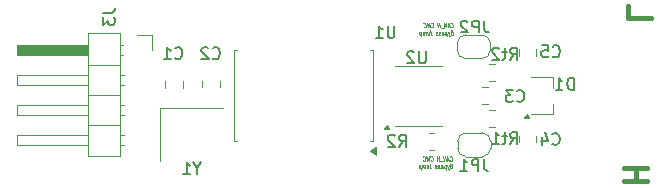
<source format=gbr>
%TF.GenerationSoftware,KiCad,Pcbnew,9.0.1*%
%TF.CreationDate,2025-04-21T23:50:01-04:00*%
%TF.ProjectId,can-nano-shield,63616e2d-6e61-46e6-9f2d-736869656c64,rev?*%
%TF.SameCoordinates,Original*%
%TF.FileFunction,Legend,Bot*%
%TF.FilePolarity,Positive*%
%FSLAX46Y46*%
G04 Gerber Fmt 4.6, Leading zero omitted, Abs format (unit mm)*
G04 Created by KiCad (PCBNEW 9.0.1) date 2025-04-21 23:50:01*
%MOMM*%
%LPD*%
G01*
G04 APERTURE LIST*
%ADD10C,0.400000*%
%ADD11C,0.075000*%
%ADD12C,0.150000*%
%ADD13C,0.120000*%
G04 APERTURE END LIST*
D10*
X156265561Y-99510652D02*
X158265561Y-99510652D01*
X157313180Y-99510652D02*
X157313180Y-98367795D01*
X156265561Y-98367795D02*
X158265561Y-98367795D01*
D11*
X141635419Y-86445074D02*
X141652086Y-86464122D01*
X141652086Y-86464122D02*
X141697324Y-86483169D01*
X141697324Y-86483169D02*
X141725896Y-86483169D01*
X141725896Y-86483169D02*
X141766372Y-86464122D01*
X141766372Y-86464122D02*
X141790181Y-86426026D01*
X141790181Y-86426026D02*
X141799705Y-86387931D01*
X141799705Y-86387931D02*
X141804467Y-86311741D01*
X141804467Y-86311741D02*
X141797324Y-86254598D01*
X141797324Y-86254598D02*
X141773515Y-86178407D01*
X141773515Y-86178407D02*
X141754467Y-86140312D01*
X141754467Y-86140312D02*
X141721134Y-86102217D01*
X141721134Y-86102217D02*
X141675896Y-86083169D01*
X141675896Y-86083169D02*
X141647324Y-86083169D01*
X141647324Y-86083169D02*
X141606848Y-86102217D01*
X141606848Y-86102217D02*
X141594943Y-86121264D01*
X141511610Y-86368883D02*
X141368753Y-86368883D01*
X141554467Y-86483169D02*
X141404467Y-86083169D01*
X141404467Y-86083169D02*
X141354467Y-86483169D01*
X141254467Y-86483169D02*
X141204467Y-86083169D01*
X141204467Y-86083169D02*
X141083038Y-86483169D01*
X141083038Y-86483169D02*
X141033038Y-86083169D01*
X141016371Y-86521264D02*
X140787800Y-86521264D01*
X140711610Y-86483169D02*
X140661610Y-86083169D01*
X140685419Y-86273645D02*
X140513991Y-86273645D01*
X140540181Y-86483169D02*
X140490181Y-86083169D01*
X139992562Y-86445074D02*
X140009229Y-86464122D01*
X140009229Y-86464122D02*
X140054467Y-86483169D01*
X140054467Y-86483169D02*
X140083039Y-86483169D01*
X140083039Y-86483169D02*
X140123515Y-86464122D01*
X140123515Y-86464122D02*
X140147324Y-86426026D01*
X140147324Y-86426026D02*
X140156848Y-86387931D01*
X140156848Y-86387931D02*
X140161610Y-86311741D01*
X140161610Y-86311741D02*
X140154467Y-86254598D01*
X140154467Y-86254598D02*
X140130658Y-86178407D01*
X140130658Y-86178407D02*
X140111610Y-86140312D01*
X140111610Y-86140312D02*
X140078277Y-86102217D01*
X140078277Y-86102217D02*
X140033039Y-86083169D01*
X140033039Y-86083169D02*
X140004467Y-86083169D01*
X140004467Y-86083169D02*
X139963991Y-86102217D01*
X139963991Y-86102217D02*
X139952086Y-86121264D01*
X139868753Y-86483169D02*
X139818753Y-86083169D01*
X139818753Y-86083169D02*
X139754467Y-86368883D01*
X139754467Y-86368883D02*
X139618753Y-86083169D01*
X139618753Y-86083169D02*
X139668753Y-86483169D01*
X139349705Y-86445074D02*
X139366372Y-86464122D01*
X139366372Y-86464122D02*
X139411610Y-86483169D01*
X139411610Y-86483169D02*
X139440182Y-86483169D01*
X139440182Y-86483169D02*
X139480658Y-86464122D01*
X139480658Y-86464122D02*
X139504467Y-86426026D01*
X139504467Y-86426026D02*
X139513991Y-86387931D01*
X139513991Y-86387931D02*
X139518753Y-86311741D01*
X139518753Y-86311741D02*
X139511610Y-86254598D01*
X139511610Y-86254598D02*
X139487801Y-86178407D01*
X139487801Y-86178407D02*
X139468753Y-86140312D01*
X139468753Y-86140312D02*
X139435420Y-86102217D01*
X139435420Y-86102217D02*
X139390182Y-86083169D01*
X139390182Y-86083169D02*
X139361610Y-86083169D01*
X139361610Y-86083169D02*
X139321134Y-86102217D01*
X139321134Y-86102217D02*
X139309229Y-86121264D01*
X141685419Y-86917623D02*
X141644943Y-86936671D01*
X141644943Y-86936671D02*
X141633038Y-86955719D01*
X141633038Y-86955719D02*
X141623515Y-86993814D01*
X141623515Y-86993814D02*
X141630658Y-87050957D01*
X141630658Y-87050957D02*
X141649705Y-87089052D01*
X141649705Y-87089052D02*
X141666372Y-87108100D01*
X141666372Y-87108100D02*
X141697324Y-87127147D01*
X141697324Y-87127147D02*
X141811610Y-87127147D01*
X141811610Y-87127147D02*
X141761610Y-86727147D01*
X141761610Y-86727147D02*
X141661610Y-86727147D01*
X141661610Y-86727147D02*
X141635419Y-86746195D01*
X141635419Y-86746195D02*
X141623515Y-86765242D01*
X141623515Y-86765242D02*
X141613991Y-86803338D01*
X141613991Y-86803338D02*
X141618753Y-86841433D01*
X141618753Y-86841433D02*
X141637800Y-86879528D01*
X141637800Y-86879528D02*
X141654467Y-86898576D01*
X141654467Y-86898576D02*
X141685419Y-86917623D01*
X141685419Y-86917623D02*
X141785419Y-86917623D01*
X141506848Y-86860480D02*
X141468753Y-87127147D01*
X141363991Y-86860480D02*
X141468753Y-87127147D01*
X141468753Y-87127147D02*
X141509229Y-87222385D01*
X141509229Y-87222385D02*
X141525896Y-87241433D01*
X141525896Y-87241433D02*
X141556848Y-87260480D01*
X141249706Y-86860480D02*
X141299706Y-87260480D01*
X141252087Y-86879528D02*
X141221134Y-86860480D01*
X141221134Y-86860480D02*
X141163991Y-86860480D01*
X141163991Y-86860480D02*
X141137801Y-86879528D01*
X141137801Y-86879528D02*
X141125896Y-86898576D01*
X141125896Y-86898576D02*
X141116372Y-86936671D01*
X141116372Y-86936671D02*
X141130658Y-87050957D01*
X141130658Y-87050957D02*
X141149706Y-87089052D01*
X141149706Y-87089052D02*
X141166372Y-87108100D01*
X141166372Y-87108100D02*
X141197325Y-87127147D01*
X141197325Y-87127147D02*
X141254467Y-87127147D01*
X141254467Y-87127147D02*
X141280658Y-87108100D01*
X140883038Y-87127147D02*
X140856848Y-86917623D01*
X140856848Y-86917623D02*
X140866372Y-86879528D01*
X140866372Y-86879528D02*
X140892562Y-86860480D01*
X140892562Y-86860480D02*
X140949705Y-86860480D01*
X140949705Y-86860480D02*
X140980658Y-86879528D01*
X140880658Y-87108100D02*
X140911610Y-87127147D01*
X140911610Y-87127147D02*
X140983038Y-87127147D01*
X140983038Y-87127147D02*
X141009229Y-87108100D01*
X141009229Y-87108100D02*
X141018753Y-87070004D01*
X141018753Y-87070004D02*
X141013991Y-87031909D01*
X141013991Y-87031909D02*
X140994943Y-86993814D01*
X140994943Y-86993814D02*
X140963991Y-86974766D01*
X140963991Y-86974766D02*
X140892562Y-86974766D01*
X140892562Y-86974766D02*
X140861610Y-86955719D01*
X140752086Y-87108100D02*
X140725895Y-87127147D01*
X140725895Y-87127147D02*
X140668752Y-87127147D01*
X140668752Y-87127147D02*
X140637800Y-87108100D01*
X140637800Y-87108100D02*
X140618752Y-87070004D01*
X140618752Y-87070004D02*
X140616371Y-87050957D01*
X140616371Y-87050957D02*
X140625895Y-87012861D01*
X140625895Y-87012861D02*
X140652086Y-86993814D01*
X140652086Y-86993814D02*
X140694943Y-86993814D01*
X140694943Y-86993814D02*
X140721133Y-86974766D01*
X140721133Y-86974766D02*
X140730657Y-86936671D01*
X140730657Y-86936671D02*
X140728276Y-86917623D01*
X140728276Y-86917623D02*
X140709229Y-86879528D01*
X140709229Y-86879528D02*
X140678276Y-86860480D01*
X140678276Y-86860480D02*
X140635419Y-86860480D01*
X140635419Y-86860480D02*
X140609229Y-86879528D01*
X140509229Y-87108100D02*
X140483038Y-87127147D01*
X140483038Y-87127147D02*
X140425895Y-87127147D01*
X140425895Y-87127147D02*
X140394943Y-87108100D01*
X140394943Y-87108100D02*
X140375895Y-87070004D01*
X140375895Y-87070004D02*
X140373514Y-87050957D01*
X140373514Y-87050957D02*
X140383038Y-87012861D01*
X140383038Y-87012861D02*
X140409229Y-86993814D01*
X140409229Y-86993814D02*
X140452086Y-86993814D01*
X140452086Y-86993814D02*
X140478276Y-86974766D01*
X140478276Y-86974766D02*
X140487800Y-86936671D01*
X140487800Y-86936671D02*
X140485419Y-86917623D01*
X140485419Y-86917623D02*
X140466372Y-86879528D01*
X140466372Y-86879528D02*
X140435419Y-86860480D01*
X140435419Y-86860480D02*
X140392562Y-86860480D01*
X140392562Y-86860480D02*
X140366372Y-86879528D01*
X139890182Y-86727147D02*
X139925896Y-87012861D01*
X139925896Y-87012861D02*
X139947324Y-87070004D01*
X139947324Y-87070004D02*
X139980658Y-87108100D01*
X139980658Y-87108100D02*
X140025896Y-87127147D01*
X140025896Y-87127147D02*
X140054467Y-87127147D01*
X139635420Y-86860480D02*
X139668753Y-87127147D01*
X139763992Y-86860480D02*
X139790182Y-87070004D01*
X139790182Y-87070004D02*
X139780658Y-87108100D01*
X139780658Y-87108100D02*
X139754468Y-87127147D01*
X139754468Y-87127147D02*
X139711611Y-87127147D01*
X139711611Y-87127147D02*
X139680658Y-87108100D01*
X139680658Y-87108100D02*
X139663992Y-87089052D01*
X139525896Y-87127147D02*
X139492563Y-86860480D01*
X139497324Y-86898576D02*
X139480658Y-86879528D01*
X139480658Y-86879528D02*
X139449705Y-86860480D01*
X139449705Y-86860480D02*
X139406848Y-86860480D01*
X139406848Y-86860480D02*
X139380658Y-86879528D01*
X139380658Y-86879528D02*
X139371134Y-86917623D01*
X139371134Y-86917623D02*
X139397324Y-87127147D01*
X139371134Y-86917623D02*
X139352086Y-86879528D01*
X139352086Y-86879528D02*
X139321134Y-86860480D01*
X139321134Y-86860480D02*
X139278277Y-86860480D01*
X139278277Y-86860480D02*
X139252086Y-86879528D01*
X139252086Y-86879528D02*
X139242563Y-86917623D01*
X139242563Y-86917623D02*
X139268753Y-87127147D01*
X139092563Y-86860480D02*
X139142563Y-87260480D01*
X139094944Y-86879528D02*
X139063991Y-86860480D01*
X139063991Y-86860480D02*
X139006848Y-86860480D01*
X139006848Y-86860480D02*
X138980658Y-86879528D01*
X138980658Y-86879528D02*
X138968753Y-86898576D01*
X138968753Y-86898576D02*
X138959229Y-86936671D01*
X138959229Y-86936671D02*
X138973515Y-87050957D01*
X138973515Y-87050957D02*
X138992563Y-87089052D01*
X138992563Y-87089052D02*
X139009229Y-87108100D01*
X139009229Y-87108100D02*
X139040182Y-87127147D01*
X139040182Y-87127147D02*
X139097324Y-87127147D01*
X139097324Y-87127147D02*
X139123515Y-87108100D01*
X141575419Y-97755074D02*
X141592086Y-97774122D01*
X141592086Y-97774122D02*
X141637324Y-97793169D01*
X141637324Y-97793169D02*
X141665896Y-97793169D01*
X141665896Y-97793169D02*
X141706372Y-97774122D01*
X141706372Y-97774122D02*
X141730181Y-97736026D01*
X141730181Y-97736026D02*
X141739705Y-97697931D01*
X141739705Y-97697931D02*
X141744467Y-97621741D01*
X141744467Y-97621741D02*
X141737324Y-97564598D01*
X141737324Y-97564598D02*
X141713515Y-97488407D01*
X141713515Y-97488407D02*
X141694467Y-97450312D01*
X141694467Y-97450312D02*
X141661134Y-97412217D01*
X141661134Y-97412217D02*
X141615896Y-97393169D01*
X141615896Y-97393169D02*
X141587324Y-97393169D01*
X141587324Y-97393169D02*
X141546848Y-97412217D01*
X141546848Y-97412217D02*
X141534943Y-97431264D01*
X141451610Y-97678883D02*
X141308753Y-97678883D01*
X141494467Y-97793169D02*
X141344467Y-97393169D01*
X141344467Y-97393169D02*
X141294467Y-97793169D01*
X141194467Y-97793169D02*
X141144467Y-97393169D01*
X141144467Y-97393169D02*
X141023038Y-97793169D01*
X141023038Y-97793169D02*
X140973038Y-97393169D01*
X140956371Y-97831264D02*
X140727800Y-97831264D01*
X140651610Y-97793169D02*
X140601610Y-97393169D01*
X140625419Y-97583645D02*
X140453991Y-97583645D01*
X140480181Y-97793169D02*
X140430181Y-97393169D01*
X139932562Y-97755074D02*
X139949229Y-97774122D01*
X139949229Y-97774122D02*
X139994467Y-97793169D01*
X139994467Y-97793169D02*
X140023039Y-97793169D01*
X140023039Y-97793169D02*
X140063515Y-97774122D01*
X140063515Y-97774122D02*
X140087324Y-97736026D01*
X140087324Y-97736026D02*
X140096848Y-97697931D01*
X140096848Y-97697931D02*
X140101610Y-97621741D01*
X140101610Y-97621741D02*
X140094467Y-97564598D01*
X140094467Y-97564598D02*
X140070658Y-97488407D01*
X140070658Y-97488407D02*
X140051610Y-97450312D01*
X140051610Y-97450312D02*
X140018277Y-97412217D01*
X140018277Y-97412217D02*
X139973039Y-97393169D01*
X139973039Y-97393169D02*
X139944467Y-97393169D01*
X139944467Y-97393169D02*
X139903991Y-97412217D01*
X139903991Y-97412217D02*
X139892086Y-97431264D01*
X139808753Y-97793169D02*
X139758753Y-97393169D01*
X139758753Y-97393169D02*
X139694467Y-97678883D01*
X139694467Y-97678883D02*
X139558753Y-97393169D01*
X139558753Y-97393169D02*
X139608753Y-97793169D01*
X139289705Y-97755074D02*
X139306372Y-97774122D01*
X139306372Y-97774122D02*
X139351610Y-97793169D01*
X139351610Y-97793169D02*
X139380182Y-97793169D01*
X139380182Y-97793169D02*
X139420658Y-97774122D01*
X139420658Y-97774122D02*
X139444467Y-97736026D01*
X139444467Y-97736026D02*
X139453991Y-97697931D01*
X139453991Y-97697931D02*
X139458753Y-97621741D01*
X139458753Y-97621741D02*
X139451610Y-97564598D01*
X139451610Y-97564598D02*
X139427801Y-97488407D01*
X139427801Y-97488407D02*
X139408753Y-97450312D01*
X139408753Y-97450312D02*
X139375420Y-97412217D01*
X139375420Y-97412217D02*
X139330182Y-97393169D01*
X139330182Y-97393169D02*
X139301610Y-97393169D01*
X139301610Y-97393169D02*
X139261134Y-97412217D01*
X139261134Y-97412217D02*
X139249229Y-97431264D01*
X141625419Y-98227623D02*
X141584943Y-98246671D01*
X141584943Y-98246671D02*
X141573038Y-98265719D01*
X141573038Y-98265719D02*
X141563515Y-98303814D01*
X141563515Y-98303814D02*
X141570658Y-98360957D01*
X141570658Y-98360957D02*
X141589705Y-98399052D01*
X141589705Y-98399052D02*
X141606372Y-98418100D01*
X141606372Y-98418100D02*
X141637324Y-98437147D01*
X141637324Y-98437147D02*
X141751610Y-98437147D01*
X141751610Y-98437147D02*
X141701610Y-98037147D01*
X141701610Y-98037147D02*
X141601610Y-98037147D01*
X141601610Y-98037147D02*
X141575419Y-98056195D01*
X141575419Y-98056195D02*
X141563515Y-98075242D01*
X141563515Y-98075242D02*
X141553991Y-98113338D01*
X141553991Y-98113338D02*
X141558753Y-98151433D01*
X141558753Y-98151433D02*
X141577800Y-98189528D01*
X141577800Y-98189528D02*
X141594467Y-98208576D01*
X141594467Y-98208576D02*
X141625419Y-98227623D01*
X141625419Y-98227623D02*
X141725419Y-98227623D01*
X141446848Y-98170480D02*
X141408753Y-98437147D01*
X141303991Y-98170480D02*
X141408753Y-98437147D01*
X141408753Y-98437147D02*
X141449229Y-98532385D01*
X141449229Y-98532385D02*
X141465896Y-98551433D01*
X141465896Y-98551433D02*
X141496848Y-98570480D01*
X141189706Y-98170480D02*
X141239706Y-98570480D01*
X141192087Y-98189528D02*
X141161134Y-98170480D01*
X141161134Y-98170480D02*
X141103991Y-98170480D01*
X141103991Y-98170480D02*
X141077801Y-98189528D01*
X141077801Y-98189528D02*
X141065896Y-98208576D01*
X141065896Y-98208576D02*
X141056372Y-98246671D01*
X141056372Y-98246671D02*
X141070658Y-98360957D01*
X141070658Y-98360957D02*
X141089706Y-98399052D01*
X141089706Y-98399052D02*
X141106372Y-98418100D01*
X141106372Y-98418100D02*
X141137325Y-98437147D01*
X141137325Y-98437147D02*
X141194467Y-98437147D01*
X141194467Y-98437147D02*
X141220658Y-98418100D01*
X140823038Y-98437147D02*
X140796848Y-98227623D01*
X140796848Y-98227623D02*
X140806372Y-98189528D01*
X140806372Y-98189528D02*
X140832562Y-98170480D01*
X140832562Y-98170480D02*
X140889705Y-98170480D01*
X140889705Y-98170480D02*
X140920658Y-98189528D01*
X140820658Y-98418100D02*
X140851610Y-98437147D01*
X140851610Y-98437147D02*
X140923038Y-98437147D01*
X140923038Y-98437147D02*
X140949229Y-98418100D01*
X140949229Y-98418100D02*
X140958753Y-98380004D01*
X140958753Y-98380004D02*
X140953991Y-98341909D01*
X140953991Y-98341909D02*
X140934943Y-98303814D01*
X140934943Y-98303814D02*
X140903991Y-98284766D01*
X140903991Y-98284766D02*
X140832562Y-98284766D01*
X140832562Y-98284766D02*
X140801610Y-98265719D01*
X140692086Y-98418100D02*
X140665895Y-98437147D01*
X140665895Y-98437147D02*
X140608752Y-98437147D01*
X140608752Y-98437147D02*
X140577800Y-98418100D01*
X140577800Y-98418100D02*
X140558752Y-98380004D01*
X140558752Y-98380004D02*
X140556371Y-98360957D01*
X140556371Y-98360957D02*
X140565895Y-98322861D01*
X140565895Y-98322861D02*
X140592086Y-98303814D01*
X140592086Y-98303814D02*
X140634943Y-98303814D01*
X140634943Y-98303814D02*
X140661133Y-98284766D01*
X140661133Y-98284766D02*
X140670657Y-98246671D01*
X140670657Y-98246671D02*
X140668276Y-98227623D01*
X140668276Y-98227623D02*
X140649229Y-98189528D01*
X140649229Y-98189528D02*
X140618276Y-98170480D01*
X140618276Y-98170480D02*
X140575419Y-98170480D01*
X140575419Y-98170480D02*
X140549229Y-98189528D01*
X140449229Y-98418100D02*
X140423038Y-98437147D01*
X140423038Y-98437147D02*
X140365895Y-98437147D01*
X140365895Y-98437147D02*
X140334943Y-98418100D01*
X140334943Y-98418100D02*
X140315895Y-98380004D01*
X140315895Y-98380004D02*
X140313514Y-98360957D01*
X140313514Y-98360957D02*
X140323038Y-98322861D01*
X140323038Y-98322861D02*
X140349229Y-98303814D01*
X140349229Y-98303814D02*
X140392086Y-98303814D01*
X140392086Y-98303814D02*
X140418276Y-98284766D01*
X140418276Y-98284766D02*
X140427800Y-98246671D01*
X140427800Y-98246671D02*
X140425419Y-98227623D01*
X140425419Y-98227623D02*
X140406372Y-98189528D01*
X140406372Y-98189528D02*
X140375419Y-98170480D01*
X140375419Y-98170480D02*
X140332562Y-98170480D01*
X140332562Y-98170480D02*
X140306372Y-98189528D01*
X139830182Y-98037147D02*
X139865896Y-98322861D01*
X139865896Y-98322861D02*
X139887324Y-98380004D01*
X139887324Y-98380004D02*
X139920658Y-98418100D01*
X139920658Y-98418100D02*
X139965896Y-98437147D01*
X139965896Y-98437147D02*
X139994467Y-98437147D01*
X139575420Y-98170480D02*
X139608753Y-98437147D01*
X139703992Y-98170480D02*
X139730182Y-98380004D01*
X139730182Y-98380004D02*
X139720658Y-98418100D01*
X139720658Y-98418100D02*
X139694468Y-98437147D01*
X139694468Y-98437147D02*
X139651611Y-98437147D01*
X139651611Y-98437147D02*
X139620658Y-98418100D01*
X139620658Y-98418100D02*
X139603992Y-98399052D01*
X139465896Y-98437147D02*
X139432563Y-98170480D01*
X139437324Y-98208576D02*
X139420658Y-98189528D01*
X139420658Y-98189528D02*
X139389705Y-98170480D01*
X139389705Y-98170480D02*
X139346848Y-98170480D01*
X139346848Y-98170480D02*
X139320658Y-98189528D01*
X139320658Y-98189528D02*
X139311134Y-98227623D01*
X139311134Y-98227623D02*
X139337324Y-98437147D01*
X139311134Y-98227623D02*
X139292086Y-98189528D01*
X139292086Y-98189528D02*
X139261134Y-98170480D01*
X139261134Y-98170480D02*
X139218277Y-98170480D01*
X139218277Y-98170480D02*
X139192086Y-98189528D01*
X139192086Y-98189528D02*
X139182563Y-98227623D01*
X139182563Y-98227623D02*
X139208753Y-98437147D01*
X139032563Y-98170480D02*
X139082563Y-98570480D01*
X139034944Y-98189528D02*
X139003991Y-98170480D01*
X139003991Y-98170480D02*
X138946848Y-98170480D01*
X138946848Y-98170480D02*
X138920658Y-98189528D01*
X138920658Y-98189528D02*
X138908753Y-98208576D01*
X138908753Y-98208576D02*
X138899229Y-98246671D01*
X138899229Y-98246671D02*
X138913515Y-98360957D01*
X138913515Y-98360957D02*
X138932563Y-98399052D01*
X138932563Y-98399052D02*
X138949229Y-98418100D01*
X138949229Y-98418100D02*
X138980182Y-98437147D01*
X138980182Y-98437147D02*
X139037324Y-98437147D01*
X139037324Y-98437147D02*
X139063515Y-98418100D01*
D10*
X156615561Y-84708271D02*
X156615561Y-85660652D01*
X156615561Y-85660652D02*
X158615561Y-85660652D01*
D12*
X120176190Y-98438628D02*
X120176190Y-98914819D01*
X120509523Y-97914819D02*
X120176190Y-98438628D01*
X120176190Y-98438628D02*
X119842857Y-97914819D01*
X118985714Y-98914819D02*
X119557142Y-98914819D01*
X119271428Y-98914819D02*
X119271428Y-97914819D01*
X119271428Y-97914819D02*
X119366666Y-98057676D01*
X119366666Y-98057676D02*
X119461904Y-98152914D01*
X119461904Y-98152914D02*
X119557142Y-98200533D01*
X144463333Y-85924819D02*
X144463333Y-86639104D01*
X144463333Y-86639104D02*
X144510952Y-86781961D01*
X144510952Y-86781961D02*
X144606190Y-86877200D01*
X144606190Y-86877200D02*
X144749047Y-86924819D01*
X144749047Y-86924819D02*
X144844285Y-86924819D01*
X143987142Y-86924819D02*
X143987142Y-85924819D01*
X143987142Y-85924819D02*
X143606190Y-85924819D01*
X143606190Y-85924819D02*
X143510952Y-85972438D01*
X143510952Y-85972438D02*
X143463333Y-86020057D01*
X143463333Y-86020057D02*
X143415714Y-86115295D01*
X143415714Y-86115295D02*
X143415714Y-86258152D01*
X143415714Y-86258152D02*
X143463333Y-86353390D01*
X143463333Y-86353390D02*
X143510952Y-86401009D01*
X143510952Y-86401009D02*
X143606190Y-86448628D01*
X143606190Y-86448628D02*
X143987142Y-86448628D01*
X143034761Y-86020057D02*
X142987142Y-85972438D01*
X142987142Y-85972438D02*
X142891904Y-85924819D01*
X142891904Y-85924819D02*
X142653809Y-85924819D01*
X142653809Y-85924819D02*
X142558571Y-85972438D01*
X142558571Y-85972438D02*
X142510952Y-86020057D01*
X142510952Y-86020057D02*
X142463333Y-86115295D01*
X142463333Y-86115295D02*
X142463333Y-86210533D01*
X142463333Y-86210533D02*
X142510952Y-86353390D01*
X142510952Y-86353390D02*
X143082380Y-86924819D01*
X143082380Y-86924819D02*
X142463333Y-86924819D01*
X150236666Y-96339580D02*
X150284285Y-96387200D01*
X150284285Y-96387200D02*
X150427142Y-96434819D01*
X150427142Y-96434819D02*
X150522380Y-96434819D01*
X150522380Y-96434819D02*
X150665237Y-96387200D01*
X150665237Y-96387200D02*
X150760475Y-96291961D01*
X150760475Y-96291961D02*
X150808094Y-96196723D01*
X150808094Y-96196723D02*
X150855713Y-96006247D01*
X150855713Y-96006247D02*
X150855713Y-95863390D01*
X150855713Y-95863390D02*
X150808094Y-95672914D01*
X150808094Y-95672914D02*
X150760475Y-95577676D01*
X150760475Y-95577676D02*
X150665237Y-95482438D01*
X150665237Y-95482438D02*
X150522380Y-95434819D01*
X150522380Y-95434819D02*
X150427142Y-95434819D01*
X150427142Y-95434819D02*
X150284285Y-95482438D01*
X150284285Y-95482438D02*
X150236666Y-95530057D01*
X149379523Y-95768152D02*
X149379523Y-96434819D01*
X149617618Y-95387200D02*
X149855713Y-96101485D01*
X149855713Y-96101485D02*
X149236666Y-96101485D01*
X121466666Y-89089580D02*
X121514285Y-89137200D01*
X121514285Y-89137200D02*
X121657142Y-89184819D01*
X121657142Y-89184819D02*
X121752380Y-89184819D01*
X121752380Y-89184819D02*
X121895237Y-89137200D01*
X121895237Y-89137200D02*
X121990475Y-89041961D01*
X121990475Y-89041961D02*
X122038094Y-88946723D01*
X122038094Y-88946723D02*
X122085713Y-88756247D01*
X122085713Y-88756247D02*
X122085713Y-88613390D01*
X122085713Y-88613390D02*
X122038094Y-88422914D01*
X122038094Y-88422914D02*
X121990475Y-88327676D01*
X121990475Y-88327676D02*
X121895237Y-88232438D01*
X121895237Y-88232438D02*
X121752380Y-88184819D01*
X121752380Y-88184819D02*
X121657142Y-88184819D01*
X121657142Y-88184819D02*
X121514285Y-88232438D01*
X121514285Y-88232438D02*
X121466666Y-88280057D01*
X121085713Y-88280057D02*
X121038094Y-88232438D01*
X121038094Y-88232438D02*
X120942856Y-88184819D01*
X120942856Y-88184819D02*
X120704761Y-88184819D01*
X120704761Y-88184819D02*
X120609523Y-88232438D01*
X120609523Y-88232438D02*
X120561904Y-88280057D01*
X120561904Y-88280057D02*
X120514285Y-88375295D01*
X120514285Y-88375295D02*
X120514285Y-88470533D01*
X120514285Y-88470533D02*
X120561904Y-88613390D01*
X120561904Y-88613390D02*
X121133332Y-89184819D01*
X121133332Y-89184819D02*
X120514285Y-89184819D01*
X146652381Y-89214819D02*
X146985714Y-88738628D01*
X147223809Y-89214819D02*
X147223809Y-88214819D01*
X147223809Y-88214819D02*
X146842857Y-88214819D01*
X146842857Y-88214819D02*
X146747619Y-88262438D01*
X146747619Y-88262438D02*
X146700000Y-88310057D01*
X146700000Y-88310057D02*
X146652381Y-88405295D01*
X146652381Y-88405295D02*
X146652381Y-88548152D01*
X146652381Y-88548152D02*
X146700000Y-88643390D01*
X146700000Y-88643390D02*
X146747619Y-88691009D01*
X146747619Y-88691009D02*
X146842857Y-88738628D01*
X146842857Y-88738628D02*
X147223809Y-88738628D01*
X146366666Y-88548152D02*
X145985714Y-88548152D01*
X146223809Y-88214819D02*
X146223809Y-89071961D01*
X146223809Y-89071961D02*
X146176190Y-89167200D01*
X146176190Y-89167200D02*
X146080952Y-89214819D01*
X146080952Y-89214819D02*
X145985714Y-89214819D01*
X145699999Y-88310057D02*
X145652380Y-88262438D01*
X145652380Y-88262438D02*
X145557142Y-88214819D01*
X145557142Y-88214819D02*
X145319047Y-88214819D01*
X145319047Y-88214819D02*
X145223809Y-88262438D01*
X145223809Y-88262438D02*
X145176190Y-88310057D01*
X145176190Y-88310057D02*
X145128571Y-88405295D01*
X145128571Y-88405295D02*
X145128571Y-88500533D01*
X145128571Y-88500533D02*
X145176190Y-88643390D01*
X145176190Y-88643390D02*
X145747618Y-89214819D01*
X145747618Y-89214819D02*
X145128571Y-89214819D01*
X144433333Y-97634819D02*
X144433333Y-98349104D01*
X144433333Y-98349104D02*
X144480952Y-98491961D01*
X144480952Y-98491961D02*
X144576190Y-98587200D01*
X144576190Y-98587200D02*
X144719047Y-98634819D01*
X144719047Y-98634819D02*
X144814285Y-98634819D01*
X143957142Y-98634819D02*
X143957142Y-97634819D01*
X143957142Y-97634819D02*
X143576190Y-97634819D01*
X143576190Y-97634819D02*
X143480952Y-97682438D01*
X143480952Y-97682438D02*
X143433333Y-97730057D01*
X143433333Y-97730057D02*
X143385714Y-97825295D01*
X143385714Y-97825295D02*
X143385714Y-97968152D01*
X143385714Y-97968152D02*
X143433333Y-98063390D01*
X143433333Y-98063390D02*
X143480952Y-98111009D01*
X143480952Y-98111009D02*
X143576190Y-98158628D01*
X143576190Y-98158628D02*
X143957142Y-98158628D01*
X142433333Y-98634819D02*
X143004761Y-98634819D01*
X142719047Y-98634819D02*
X142719047Y-97634819D01*
X142719047Y-97634819D02*
X142814285Y-97777676D01*
X142814285Y-97777676D02*
X142909523Y-97872914D01*
X142909523Y-97872914D02*
X143004761Y-97920533D01*
X152038094Y-91754819D02*
X152038094Y-90754819D01*
X152038094Y-90754819D02*
X151799999Y-90754819D01*
X151799999Y-90754819D02*
X151657142Y-90802438D01*
X151657142Y-90802438D02*
X151561904Y-90897676D01*
X151561904Y-90897676D02*
X151514285Y-90992914D01*
X151514285Y-90992914D02*
X151466666Y-91183390D01*
X151466666Y-91183390D02*
X151466666Y-91326247D01*
X151466666Y-91326247D02*
X151514285Y-91516723D01*
X151514285Y-91516723D02*
X151561904Y-91611961D01*
X151561904Y-91611961D02*
X151657142Y-91707200D01*
X151657142Y-91707200D02*
X151799999Y-91754819D01*
X151799999Y-91754819D02*
X152038094Y-91754819D01*
X150514285Y-91754819D02*
X151085713Y-91754819D01*
X150799999Y-91754819D02*
X150799999Y-90754819D01*
X150799999Y-90754819D02*
X150895237Y-90897676D01*
X150895237Y-90897676D02*
X150990475Y-90992914D01*
X150990475Y-90992914D02*
X151085713Y-91040533D01*
X118296666Y-89079580D02*
X118344285Y-89127200D01*
X118344285Y-89127200D02*
X118487142Y-89174819D01*
X118487142Y-89174819D02*
X118582380Y-89174819D01*
X118582380Y-89174819D02*
X118725237Y-89127200D01*
X118725237Y-89127200D02*
X118820475Y-89031961D01*
X118820475Y-89031961D02*
X118868094Y-88936723D01*
X118868094Y-88936723D02*
X118915713Y-88746247D01*
X118915713Y-88746247D02*
X118915713Y-88603390D01*
X118915713Y-88603390D02*
X118868094Y-88412914D01*
X118868094Y-88412914D02*
X118820475Y-88317676D01*
X118820475Y-88317676D02*
X118725237Y-88222438D01*
X118725237Y-88222438D02*
X118582380Y-88174819D01*
X118582380Y-88174819D02*
X118487142Y-88174819D01*
X118487142Y-88174819D02*
X118344285Y-88222438D01*
X118344285Y-88222438D02*
X118296666Y-88270057D01*
X117344285Y-89174819D02*
X117915713Y-89174819D01*
X117629999Y-89174819D02*
X117629999Y-88174819D01*
X117629999Y-88174819D02*
X117725237Y-88317676D01*
X117725237Y-88317676D02*
X117820475Y-88412914D01*
X117820475Y-88412914D02*
X117915713Y-88460533D01*
X139501904Y-88514819D02*
X139501904Y-89324342D01*
X139501904Y-89324342D02*
X139454285Y-89419580D01*
X139454285Y-89419580D02*
X139406666Y-89467200D01*
X139406666Y-89467200D02*
X139311428Y-89514819D01*
X139311428Y-89514819D02*
X139120952Y-89514819D01*
X139120952Y-89514819D02*
X139025714Y-89467200D01*
X139025714Y-89467200D02*
X138978095Y-89419580D01*
X138978095Y-89419580D02*
X138930476Y-89324342D01*
X138930476Y-89324342D02*
X138930476Y-88514819D01*
X138501904Y-88610057D02*
X138454285Y-88562438D01*
X138454285Y-88562438D02*
X138359047Y-88514819D01*
X138359047Y-88514819D02*
X138120952Y-88514819D01*
X138120952Y-88514819D02*
X138025714Y-88562438D01*
X138025714Y-88562438D02*
X137978095Y-88610057D01*
X137978095Y-88610057D02*
X137930476Y-88705295D01*
X137930476Y-88705295D02*
X137930476Y-88800533D01*
X137930476Y-88800533D02*
X137978095Y-88943390D01*
X137978095Y-88943390D02*
X138549523Y-89514819D01*
X138549523Y-89514819D02*
X137930476Y-89514819D01*
X137256666Y-96584819D02*
X137589999Y-96108628D01*
X137828094Y-96584819D02*
X137828094Y-95584819D01*
X137828094Y-95584819D02*
X137447142Y-95584819D01*
X137447142Y-95584819D02*
X137351904Y-95632438D01*
X137351904Y-95632438D02*
X137304285Y-95680057D01*
X137304285Y-95680057D02*
X137256666Y-95775295D01*
X137256666Y-95775295D02*
X137256666Y-95918152D01*
X137256666Y-95918152D02*
X137304285Y-96013390D01*
X137304285Y-96013390D02*
X137351904Y-96061009D01*
X137351904Y-96061009D02*
X137447142Y-96108628D01*
X137447142Y-96108628D02*
X137828094Y-96108628D01*
X136875713Y-95680057D02*
X136828094Y-95632438D01*
X136828094Y-95632438D02*
X136732856Y-95584819D01*
X136732856Y-95584819D02*
X136494761Y-95584819D01*
X136494761Y-95584819D02*
X136399523Y-95632438D01*
X136399523Y-95632438D02*
X136351904Y-95680057D01*
X136351904Y-95680057D02*
X136304285Y-95775295D01*
X136304285Y-95775295D02*
X136304285Y-95870533D01*
X136304285Y-95870533D02*
X136351904Y-96013390D01*
X136351904Y-96013390D02*
X136923332Y-96584819D01*
X136923332Y-96584819D02*
X136304285Y-96584819D01*
X112204819Y-85266666D02*
X112919104Y-85266666D01*
X112919104Y-85266666D02*
X113061961Y-85219047D01*
X113061961Y-85219047D02*
X113157200Y-85123809D01*
X113157200Y-85123809D02*
X113204819Y-84980952D01*
X113204819Y-84980952D02*
X113204819Y-84885714D01*
X112204819Y-85647619D02*
X112204819Y-86266666D01*
X112204819Y-86266666D02*
X112585771Y-85933333D01*
X112585771Y-85933333D02*
X112585771Y-86076190D01*
X112585771Y-86076190D02*
X112633390Y-86171428D01*
X112633390Y-86171428D02*
X112681009Y-86219047D01*
X112681009Y-86219047D02*
X112776247Y-86266666D01*
X112776247Y-86266666D02*
X113014342Y-86266666D01*
X113014342Y-86266666D02*
X113109580Y-86219047D01*
X113109580Y-86219047D02*
X113157200Y-86171428D01*
X113157200Y-86171428D02*
X113204819Y-86076190D01*
X113204819Y-86076190D02*
X113204819Y-85790476D01*
X113204819Y-85790476D02*
X113157200Y-85695238D01*
X113157200Y-85695238D02*
X113109580Y-85647619D01*
X147226666Y-92699580D02*
X147274285Y-92747200D01*
X147274285Y-92747200D02*
X147417142Y-92794819D01*
X147417142Y-92794819D02*
X147512380Y-92794819D01*
X147512380Y-92794819D02*
X147655237Y-92747200D01*
X147655237Y-92747200D02*
X147750475Y-92651961D01*
X147750475Y-92651961D02*
X147798094Y-92556723D01*
X147798094Y-92556723D02*
X147845713Y-92366247D01*
X147845713Y-92366247D02*
X147845713Y-92223390D01*
X147845713Y-92223390D02*
X147798094Y-92032914D01*
X147798094Y-92032914D02*
X147750475Y-91937676D01*
X147750475Y-91937676D02*
X147655237Y-91842438D01*
X147655237Y-91842438D02*
X147512380Y-91794819D01*
X147512380Y-91794819D02*
X147417142Y-91794819D01*
X147417142Y-91794819D02*
X147274285Y-91842438D01*
X147274285Y-91842438D02*
X147226666Y-91890057D01*
X146893332Y-91794819D02*
X146274285Y-91794819D01*
X146274285Y-91794819D02*
X146607618Y-92175771D01*
X146607618Y-92175771D02*
X146464761Y-92175771D01*
X146464761Y-92175771D02*
X146369523Y-92223390D01*
X146369523Y-92223390D02*
X146321904Y-92271009D01*
X146321904Y-92271009D02*
X146274285Y-92366247D01*
X146274285Y-92366247D02*
X146274285Y-92604342D01*
X146274285Y-92604342D02*
X146321904Y-92699580D01*
X146321904Y-92699580D02*
X146369523Y-92747200D01*
X146369523Y-92747200D02*
X146464761Y-92794819D01*
X146464761Y-92794819D02*
X146750475Y-92794819D01*
X146750475Y-92794819D02*
X146845713Y-92747200D01*
X146845713Y-92747200D02*
X146893332Y-92699580D01*
X146672381Y-96344819D02*
X147005714Y-95868628D01*
X147243809Y-96344819D02*
X147243809Y-95344819D01*
X147243809Y-95344819D02*
X146862857Y-95344819D01*
X146862857Y-95344819D02*
X146767619Y-95392438D01*
X146767619Y-95392438D02*
X146720000Y-95440057D01*
X146720000Y-95440057D02*
X146672381Y-95535295D01*
X146672381Y-95535295D02*
X146672381Y-95678152D01*
X146672381Y-95678152D02*
X146720000Y-95773390D01*
X146720000Y-95773390D02*
X146767619Y-95821009D01*
X146767619Y-95821009D02*
X146862857Y-95868628D01*
X146862857Y-95868628D02*
X147243809Y-95868628D01*
X146386666Y-95678152D02*
X146005714Y-95678152D01*
X146243809Y-95344819D02*
X146243809Y-96201961D01*
X146243809Y-96201961D02*
X146196190Y-96297200D01*
X146196190Y-96297200D02*
X146100952Y-96344819D01*
X146100952Y-96344819D02*
X146005714Y-96344819D01*
X145148571Y-96344819D02*
X145719999Y-96344819D01*
X145434285Y-96344819D02*
X145434285Y-95344819D01*
X145434285Y-95344819D02*
X145529523Y-95487676D01*
X145529523Y-95487676D02*
X145624761Y-95582914D01*
X145624761Y-95582914D02*
X145719999Y-95630533D01*
X136861904Y-86374819D02*
X136861904Y-87184342D01*
X136861904Y-87184342D02*
X136814285Y-87279580D01*
X136814285Y-87279580D02*
X136766666Y-87327200D01*
X136766666Y-87327200D02*
X136671428Y-87374819D01*
X136671428Y-87374819D02*
X136480952Y-87374819D01*
X136480952Y-87374819D02*
X136385714Y-87327200D01*
X136385714Y-87327200D02*
X136338095Y-87279580D01*
X136338095Y-87279580D02*
X136290476Y-87184342D01*
X136290476Y-87184342D02*
X136290476Y-86374819D01*
X135290476Y-87374819D02*
X135861904Y-87374819D01*
X135576190Y-87374819D02*
X135576190Y-86374819D01*
X135576190Y-86374819D02*
X135671428Y-86517676D01*
X135671428Y-86517676D02*
X135766666Y-86612914D01*
X135766666Y-86612914D02*
X135861904Y-86660533D01*
X150256666Y-88929580D02*
X150304285Y-88977200D01*
X150304285Y-88977200D02*
X150447142Y-89024819D01*
X150447142Y-89024819D02*
X150542380Y-89024819D01*
X150542380Y-89024819D02*
X150685237Y-88977200D01*
X150685237Y-88977200D02*
X150780475Y-88881961D01*
X150780475Y-88881961D02*
X150828094Y-88786723D01*
X150828094Y-88786723D02*
X150875713Y-88596247D01*
X150875713Y-88596247D02*
X150875713Y-88453390D01*
X150875713Y-88453390D02*
X150828094Y-88262914D01*
X150828094Y-88262914D02*
X150780475Y-88167676D01*
X150780475Y-88167676D02*
X150685237Y-88072438D01*
X150685237Y-88072438D02*
X150542380Y-88024819D01*
X150542380Y-88024819D02*
X150447142Y-88024819D01*
X150447142Y-88024819D02*
X150304285Y-88072438D01*
X150304285Y-88072438D02*
X150256666Y-88120057D01*
X149351904Y-88024819D02*
X149828094Y-88024819D01*
X149828094Y-88024819D02*
X149875713Y-88501009D01*
X149875713Y-88501009D02*
X149828094Y-88453390D01*
X149828094Y-88453390D02*
X149732856Y-88405771D01*
X149732856Y-88405771D02*
X149494761Y-88405771D01*
X149494761Y-88405771D02*
X149399523Y-88453390D01*
X149399523Y-88453390D02*
X149351904Y-88501009D01*
X149351904Y-88501009D02*
X149304285Y-88596247D01*
X149304285Y-88596247D02*
X149304285Y-88834342D01*
X149304285Y-88834342D02*
X149351904Y-88929580D01*
X149351904Y-88929580D02*
X149399523Y-88977200D01*
X149399523Y-88977200D02*
X149494761Y-89024819D01*
X149494761Y-89024819D02*
X149732856Y-89024819D01*
X149732856Y-89024819D02*
X149828094Y-88977200D01*
X149828094Y-88977200D02*
X149875713Y-88929580D01*
D13*
%TO.C,Y1*%
X116975000Y-93325000D02*
X122375000Y-93325000D01*
X116975000Y-97825000D02*
X116975000Y-93325000D01*
%TO.C,JP2*%
X142175000Y-87825000D02*
X142175000Y-88425000D01*
X142875000Y-89125000D02*
X144275000Y-89125000D01*
X144275000Y-87125000D02*
X142875000Y-87125000D01*
X144975000Y-88425000D02*
X144975000Y-87825000D01*
X142175000Y-87825000D02*
G75*
G02*
X142875000Y-87125000I699999J1D01*
G01*
X142875000Y-89125000D02*
G75*
G02*
X142175000Y-88425000I-1J699999D01*
G01*
X144275000Y-87125000D02*
G75*
G02*
X144975000Y-87825000I0J-700000D01*
G01*
X144975000Y-88425000D02*
G75*
G02*
X144275000Y-89125000I-700000J0D01*
G01*
%TO.C,C4*%
X147415000Y-96223752D02*
X147415000Y-95701248D01*
X148885000Y-96223752D02*
X148885000Y-95701248D01*
%TO.C,C2*%
X120590000Y-91561252D02*
X120590000Y-91038748D01*
X122060000Y-91561252D02*
X122060000Y-91038748D01*
%TO.C,Rt2*%
X144897936Y-89590000D02*
X145352064Y-89590000D01*
X144897936Y-91060000D02*
X145352064Y-91060000D01*
%TO.C,JP1*%
X142200000Y-96125000D02*
X142200000Y-96725000D01*
X142900000Y-97425000D02*
X144300000Y-97425000D01*
X144300000Y-95425000D02*
X142900000Y-95425000D01*
X145000000Y-96725000D02*
X145000000Y-96125000D01*
X142200000Y-96125000D02*
G75*
G02*
X142900000Y-95425000I699999J1D01*
G01*
X142900000Y-97425000D02*
G75*
G02*
X142200000Y-96725000I-1J699999D01*
G01*
X144300000Y-95425000D02*
G75*
G02*
X145000000Y-96125000I0J-700000D01*
G01*
X145000000Y-96725000D02*
G75*
G02*
X144300000Y-97425000I-700000J0D01*
G01*
%TO.C,D1*%
X150270000Y-90712500D02*
X148420000Y-90712500D01*
X150270000Y-91602500D02*
X150270000Y-90712500D01*
X150285000Y-93832500D02*
X148435000Y-93832500D01*
X150285000Y-93832500D02*
X150285000Y-92942500D01*
X148285000Y-94172500D02*
X147805000Y-94172500D01*
X148045000Y-93842500D01*
X148285000Y-94172500D01*
G36*
X148285000Y-94172500D02*
G01*
X147805000Y-94172500D01*
X148045000Y-93842500D01*
X148285000Y-94172500D01*
G37*
%TO.C,C1*%
X117465000Y-91586252D02*
X117465000Y-91063748D01*
X118935000Y-91586252D02*
X118935000Y-91063748D01*
%TO.C,U2*%
X138900000Y-89750000D02*
X136950000Y-89750000D01*
X138900000Y-89750000D02*
X140850000Y-89750000D01*
X138900000Y-94870000D02*
X136950000Y-94870000D01*
X138900000Y-94870000D02*
X140850000Y-94870000D01*
X136440000Y-95105000D02*
X135960000Y-95105000D01*
X136200000Y-94775000D01*
X136440000Y-95105000D01*
G36*
X136440000Y-95105000D02*
G01*
X135960000Y-95105000D01*
X136200000Y-94775000D01*
X136440000Y-95105000D01*
G37*
%TO.C,R2*%
X140227064Y-95415000D02*
X139772936Y-95415000D01*
X140227064Y-96885000D02*
X139772936Y-96885000D01*
%TO.C,J3*%
X104875000Y-90485000D02*
X104875000Y-91345000D01*
X104875000Y-91345000D02*
X110875000Y-91345000D01*
X104875000Y-93025000D02*
X104875000Y-93885000D01*
X104875000Y-93885000D02*
X110875000Y-93885000D01*
X104875000Y-95565000D02*
X104875000Y-96425000D01*
X104875000Y-96425000D02*
X110875000Y-96425000D01*
X110875000Y-86995000D02*
X113635000Y-86995000D01*
X110875000Y-90485000D02*
X104875000Y-90485000D01*
X110875000Y-93025000D02*
X104875000Y-93025000D01*
X110875000Y-95565000D02*
X104875000Y-95565000D01*
X110875000Y-97375000D02*
X110875000Y-86995000D01*
X113635000Y-86995000D02*
X113635000Y-97375000D01*
X113635000Y-89645000D02*
X110875000Y-89645000D01*
X113635000Y-92185000D02*
X110875000Y-92185000D01*
X113635000Y-94725000D02*
X110875000Y-94725000D01*
X113635000Y-97375000D02*
X110875000Y-97375000D01*
X113865000Y-87945000D02*
X113635000Y-87945000D01*
X113865000Y-88805000D02*
X113635000Y-88805000D01*
X113947642Y-90485000D02*
X113635000Y-90485000D01*
X113947642Y-91345000D02*
X113635000Y-91345000D01*
X113947642Y-93025000D02*
X113635000Y-93025000D01*
X113947642Y-93885000D02*
X113635000Y-93885000D01*
X113947642Y-95565000D02*
X113635000Y-95565000D01*
X113947642Y-96425000D02*
X113635000Y-96425000D01*
X116295000Y-87105000D02*
X115025000Y-87105000D01*
X116295000Y-88375000D02*
X116295000Y-87105000D01*
X110875000Y-87945000D02*
X104875000Y-87945000D01*
X104875000Y-88805000D01*
X110875000Y-88805000D01*
X110875000Y-87945000D01*
G36*
X110875000Y-87945000D02*
G01*
X104875000Y-87945000D01*
X104875000Y-88805000D01*
X110875000Y-88805000D01*
X110875000Y-87945000D01*
G37*
%TO.C,C3*%
X144276248Y-91540000D02*
X144798752Y-91540000D01*
X144276248Y-93010000D02*
X144798752Y-93010000D01*
%TO.C,Rt1*%
X145352064Y-93490000D02*
X144897936Y-93490000D01*
X145352064Y-94960000D02*
X144897936Y-94960000D01*
%TO.C,U1*%
X123285000Y-88415000D02*
X123530000Y-88415000D01*
X123285000Y-92275000D02*
X123285000Y-88415000D01*
X123285000Y-92275000D02*
X123285000Y-96135000D01*
X123285000Y-96135000D02*
X123530000Y-96135000D01*
X135055000Y-88415000D02*
X134810000Y-88415000D01*
X135055000Y-92275000D02*
X135055000Y-88415000D01*
X135055000Y-92275000D02*
X135055000Y-96135000D01*
X135055000Y-96135000D02*
X134810000Y-96135000D01*
X135280000Y-97327500D02*
X134810000Y-96987500D01*
X135280000Y-96647500D01*
X135280000Y-97327500D01*
G36*
X135280000Y-97327500D02*
G01*
X134810000Y-96987500D01*
X135280000Y-96647500D01*
X135280000Y-97327500D01*
G37*
%TO.C,C5*%
X147390000Y-88873752D02*
X147390000Y-88351248D01*
X148860000Y-88873752D02*
X148860000Y-88351248D01*
%TD*%
M02*

</source>
